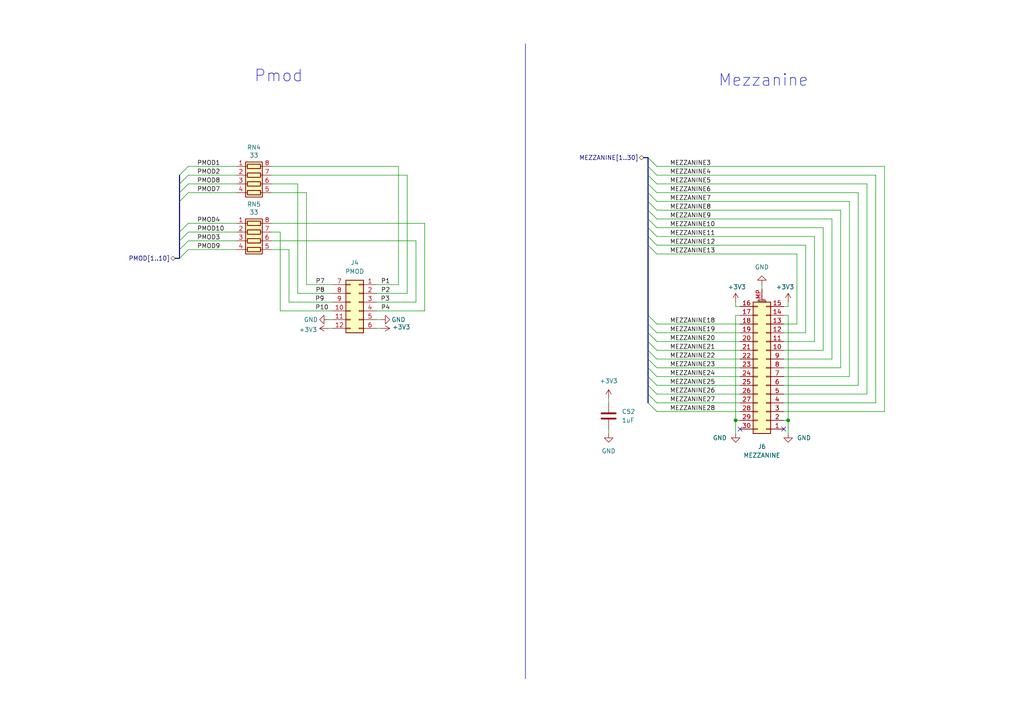
<source format=kicad_sch>
(kicad_sch (version 20230121) (generator eeschema)
  (paper "A4")
  (title_block (title "URTI Mainboard") (date "${DATE}") (rev "${VERSION}") (company "Copyright 2023 Great Scott Gadgets") (comment 1 "Licensed under the CERN-OHL-P v2"))
  (lib_symbols
    (symbol "Connector_Generic:Conn_02x06_Top_Bottom" (pin_names (offset 1.016) hide)
      (property "Reference" "J" (at 1.27 7.62 0))
      (property "Value" "Conn_02x06_Top_Bottom" (at 1.27 -10.16 0))
      (symbol "Conn_02x06_Top_Bottom_1_1"
        (rectangle (start -1.27 -7.493) (end 0 -7.747) (stroke (width 0.1524)))
        (rectangle (start -1.27 -4.953) (end 0 -5.207) (stroke (width 0.1524)))
        (rectangle (start -1.27 -2.413) (end 0 -2.667) (stroke (width 0.1524)))
        (rectangle (start -1.27 0.127) (end 0 -0.127) (stroke (width 0.1524)))
        (rectangle (start -1.27 2.667) (end 0 2.413) (stroke (width 0.1524)))
        (rectangle (start -1.27 5.207) (end 0 4.953) (stroke (width 0.1524)))
        (rectangle (start -1.27 6.35) (end 3.81 -8.89) (stroke (width 0.254)) (fill (type background)))
        (rectangle (start 3.81 -7.493) (end 2.54 -7.747) (stroke (width 0.1524)))
        (rectangle (start 3.81 -4.953) (end 2.54 -5.207) (stroke (width 0.1524)))
        (rectangle (start 3.81 -2.413) (end 2.54 -2.667) (stroke (width 0.1524)))
        (rectangle (start 3.81 0.127) (end 2.54 -0.127) (stroke (width 0.1524)))
        (rectangle (start 3.81 2.667) (end 2.54 2.413) (stroke (width 0.1524)))
        (rectangle (start 3.81 5.207) (end 2.54 4.953) (stroke (width 0.1524)))
        (pin passive line (at -5.08 5.08 0) (length 3.81) (name "Pin_1") (number "1"))
        (pin passive line (at 7.62 -2.54 180) (length 3.81) (name "Pin_10") (number "10"))
        (pin passive line (at 7.62 -5.08 180) (length 3.81) (name "Pin_11") (number "11"))
        (pin passive line (at 7.62 -7.62 180) (length 3.81) (name "Pin_12") (number "12"))
        (pin passive line (at -5.08 2.54 0) (length 3.81) (name "Pin_2") (number "2"))
        (pin passive line (at -5.08 0 0) (length 3.81) (name "Pin_3") (number "3"))
        (pin passive line (at -5.08 -2.54 0) (length 3.81) (name "Pin_4") (number "4"))
        (pin passive line (at -5.08 -5.08 0) (length 3.81) (name "Pin_5") (number "5"))
        (pin passive line (at -5.08 -7.62 0) (length 3.81) (name "Pin_6") (number "6"))
        (pin passive line (at 7.62 5.08 180) (length 3.81) (name "Pin_7") (number "7"))
        (pin passive line (at 7.62 2.54 180) (length 3.81) (name "Pin_8") (number "8"))
        (pin passive line (at 7.62 0 180) (length 3.81) (name "Pin_9") (number "9"))
      )
    )
    (symbol "Connector_Generic_MountingPin:Conn_02x15_Counter_Clockwise_MountingPin" (pin_names (offset 1.016) hide)
      (property "Reference" "J" (at 1.27 20.32 0))
      (property "Value" "Conn_02x15_Counter_Clockwise_MountingPin" (at 2.54 -20.32 0))
      (symbol "Conn_02x15_Counter_Clockwise_MountingPin_1_1"
        (rectangle (start -1.27 -17.653) (end 0 -17.907) (stroke (width 0.1524)))
        (rectangle (start -1.27 -15.113) (end 0 -15.367) (stroke (width 0.1524)))
        (rectangle (start -1.27 -12.573) (end 0 -12.827) (stroke (width 0.1524)))
        (rectangle (start -1.27 -10.033) (end 0 -10.287) (stroke (width 0.1524)))
        (rectangle (start -1.27 -7.493) (end 0 -7.747) (stroke (width 0.1524)))
        (rectangle (start -1.27 -4.953) (end 0 -5.207) (stroke (width 0.1524)))
        (rectangle (start -1.27 -2.413) (end 0 -2.667) (stroke (width 0.1524)))
        (rectangle (start -1.27 0.127) (end 0 -0.127) (stroke (width 0.1524)))
        (rectangle (start -1.27 2.667) (end 0 2.413) (stroke (width 0.1524)))
        (rectangle (start -1.27 5.207) (end 0 4.953) (stroke (width 0.1524)))
        (rectangle (start -1.27 7.747) (end 0 7.493) (stroke (width 0.1524)))
        (rectangle (start -1.27 10.287) (end 0 10.033) (stroke (width 0.1524)))
        (rectangle (start -1.27 12.827) (end 0 12.573) (stroke (width 0.1524)))
        (rectangle (start -1.27 15.367) (end 0 15.113) (stroke (width 0.1524)))
        (rectangle (start -1.27 17.907) (end 0 17.653) (stroke (width 0.1524)))
        (rectangle (start -1.27 19.05) (end 3.81 -19.05) (stroke (width 0.254)) (fill (type background)))
        (polyline (pts (xy 0.254 -19.812) (xy 2.286 -19.812)) (stroke (width 0.1524)))
        (rectangle (start 3.81 -17.653) (end 2.54 -17.907) (stroke (width 0.1524)))
        (rectangle (start 3.81 -15.113) (end 2.54 -15.367) (stroke (width 0.1524)))
        (rectangle (start 3.81 -12.573) (end 2.54 -12.827) (stroke (width 0.1524)))
        (rectangle (start 3.81 -10.033) (end 2.54 -10.287) (stroke (width 0.1524)))
        (rectangle (start 3.81 -7.493) (end 2.54 -7.747) (stroke (width 0.1524)))
        (rectangle (start 3.81 -4.953) (end 2.54 -5.207) (stroke (width 0.1524)))
        (rectangle (start 3.81 -2.413) (end 2.54 -2.667) (stroke (width 0.1524)))
        (rectangle (start 3.81 0.127) (end 2.54 -0.127) (stroke (width 0.1524)))
        (rectangle (start 3.81 2.667) (end 2.54 2.413) (stroke (width 0.1524)))
        (rectangle (start 3.81 5.207) (end 2.54 4.953) (stroke (width 0.1524)))
        (rectangle (start 3.81 7.747) (end 2.54 7.493) (stroke (width 0.1524)))
        (rectangle (start 3.81 10.287) (end 2.54 10.033) (stroke (width 0.1524)))
        (rectangle (start 3.81 12.827) (end 2.54 12.573) (stroke (width 0.1524)))
        (rectangle (start 3.81 15.367) (end 2.54 15.113) (stroke (width 0.1524)))
        (rectangle (start 3.81 17.907) (end 2.54 17.653) (stroke (width 0.1524)))
        (text "Mounting" (at 1.27 -19.431 0) (effects (font (size 0.381 0.381))))
        (pin passive line (at -5.08 17.78 0) (length 3.81) (name "Pin_1") (number "1"))
        (pin passive line (at -5.08 -5.08 0) (length 3.81) (name "Pin_10") (number "10"))
        (pin passive line (at -5.08 -7.62 0) (length 3.81) (name "Pin_11") (number "11"))
        (pin passive line (at -5.08 -10.16 0) (length 3.81) (name "Pin_12") (number "12"))
        (pin passive line (at -5.08 -12.7 0) (length 3.81) (name "Pin_13") (number "13"))
        (pin passive line (at -5.08 -15.24 0) (length 3.81) (name "Pin_14") (number "14"))
        (pin passive line (at -5.08 -17.78 0) (length 3.81) (name "Pin_15") (number "15"))
        (pin passive line (at 7.62 -17.78 180) (length 3.81) (name "Pin_16") (number "16"))
        (pin passive line (at 7.62 -15.24 180) (length 3.81) (name "Pin_17") (number "17"))
        (pin passive line (at 7.62 -12.7 180) (length 3.81) (name "Pin_18") (number "18"))
        (pin passive line (at 7.62 -10.16 180) (length 3.81) (name "Pin_19") (number "19"))
        (pin passive line (at -5.08 15.24 0) (length 3.81) (name "Pin_2") (number "2"))
        (pin passive line (at 7.62 -7.62 180) (length 3.81) (name "Pin_20") (number "20"))
        (pin passive line (at 7.62 -5.08 180) (length 3.81) (name "Pin_21") (number "21"))
        (pin passive line (at 7.62 -2.54 180) (length 3.81) (name "Pin_22") (number "22"))
        (pin passive line (at 7.62 0 180) (length 3.81) (name "Pin_23") (number "23"))
        (pin passive line (at 7.62 2.54 180) (length 3.81) (name "Pin_24") (number "24"))
        (pin passive line (at 7.62 5.08 180) (length 3.81) (name "Pin_25") (number "25"))
        (pin passive line (at 7.62 7.62 180) (length 3.81) (name "Pin_26") (number "26"))
        (pin passive line (at 7.62 10.16 180) (length 3.81) (name "Pin_27") (number "27"))
        (pin passive line (at 7.62 12.7 180) (length 3.81) (name "Pin_28") (number "28"))
        (pin passive line (at 7.62 15.24 180) (length 3.81) (name "Pin_29") (number "29"))
        (pin passive line (at -5.08 12.7 0) (length 3.81) (name "Pin_3") (number "3"))
        (pin passive line (at 7.62 17.78 180) (length 3.81) (name "Pin_30") (number "30"))
        (pin passive line (at -5.08 10.16 0) (length 3.81) (name "Pin_4") (number "4"))
        (pin passive line (at -5.08 7.62 0) (length 3.81) (name "Pin_5") (number "5"))
        (pin passive line (at -5.08 5.08 0) (length 3.81) (name "Pin_6") (number "6"))
        (pin passive line (at -5.08 2.54 0) (length 3.81) (name "Pin_7") (number "7"))
        (pin passive line (at -5.08 0 0) (length 3.81) (name "Pin_8") (number "8"))
        (pin passive line (at -5.08 -2.54 0) (length 3.81) (name "Pin_9") (number "9"))
        (pin passive line (at 1.27 -22.86 90) (length 3.048) (name "MountPin") (number "MP"))
      )
    )
    (symbol "Device:C" (pin_numbers hide) (pin_names (offset 0.254))
      (property "Reference" "C" (at 0.635 2.54 0))
      (property "Value" "C" (at 0.635 -2.54 0))
      (symbol "C_0_1"
        (polyline (pts (xy -2.032 -0.762) (xy 2.032 -0.762)) (stroke (width 0.508)))
        (polyline (pts (xy -2.032 0.762) (xy 2.032 0.762)) (stroke (width 0.508)))
      )
      (symbol "C_1_1"
        (pin passive line (at 0 3.81 270) (length 2.794) (name "~") (number "1"))
        (pin passive line (at 0 -3.81 90) (length 2.794) (name "~") (number "2"))
      )
    )
    (symbol "Device:R_Pack04" (pin_names (offset 0) hide)
      (property "Reference" "RN" (at -7.62 0 90))
      (property "Value" "R_Pack04" (at 5.08 0 90))
      (symbol "R_Pack04_0_1"
        (rectangle (start -6.35 -2.413) (end 3.81 2.413) (stroke (width 0.254)) (fill (type background)))
        (rectangle (start -5.715 1.905) (end -4.445 -1.905) (stroke (width 0.254)))
        (rectangle (start -3.175 1.905) (end -1.905 -1.905) (stroke (width 0.254)))
        (rectangle (start -0.635 1.905) (end 0.635 -1.905) (stroke (width 0.254)))
        (polyline (pts (xy -5.08 -2.54) (xy -5.08 -1.905)))
        (polyline (pts (xy -5.08 1.905) (xy -5.08 2.54)))
        (polyline (pts (xy -2.54 -2.54) (xy -2.54 -1.905)))
        (polyline (pts (xy -2.54 1.905) (xy -2.54 2.54)))
        (polyline (pts (xy 0 -2.54) (xy 0 -1.905)))
        (polyline (pts (xy 0 1.905) (xy 0 2.54)))
        (polyline (pts (xy 2.54 -2.54) (xy 2.54 -1.905)))
        (polyline (pts (xy 2.54 1.905) (xy 2.54 2.54)))
        (rectangle (start 1.905 1.905) (end 3.175 -1.905) (stroke (width 0.254)))
      )
      (symbol "R_Pack04_1_1"
        (pin passive line (at -5.08 -5.08 90) (length 2.54) (name "R1.1") (number "1"))
        (pin passive line (at -2.54 -5.08 90) (length 2.54) (name "R2.1") (number "2"))
        (pin passive line (at 0 -5.08 90) (length 2.54) (name "R3.1") (number "3"))
        (pin passive line (at 2.54 -5.08 90) (length 2.54) (name "R4.1") (number "4"))
        (pin passive line (at 2.54 5.08 270) (length 2.54) (name "R4.2") (number "5"))
        (pin passive line (at 0 5.08 270) (length 2.54) (name "R3.2") (number "6"))
        (pin passive line (at -2.54 5.08 270) (length 2.54) (name "R2.2") (number "7"))
        (pin passive line (at -5.08 5.08 270) (length 2.54) (name "R1.2") (number "8"))
      )
    )
    (symbol "power:+3V3" (power) (pin_names (offset 0))
      (property "Value" "+3V3" (at 0 3.556 0))
      (symbol "+3V3_0_1"
        (polyline (pts (xy -0.762 1.27) (xy 0 2.54)))
        (polyline (pts (xy 0 0) (xy 0 2.54)))
        (polyline (pts (xy 0 2.54) (xy 0.762 1.27)))
      )
      (symbol "+3V3_1_1"
        (pin power_in line (at 0 0 90) (length 0) hide (name "+3V3") (number "1"))
      )
    )
    (symbol "power:GND" (power) (pin_names (offset 0))
      (property "Value" "GND" (at 0 -3.81 0))
      (symbol "GND_0_1"
        (polyline (pts (xy 0 0) (xy 0 -1.27) (xy 1.27 -1.27) (xy 0 -2.54) (xy -1.27 -1.27) (xy 0 -1.27)))
      )
      (symbol "GND_1_1"
        (pin power_in line (at 0 0 270) (length 0) hide (name "GND") (number "1"))
      )
    )
  )
  (junction (at 228.6 121.92))
  (junction (at 213.36 121.92))
  (no_connect (at 227.33 124.46))
  (no_connect (at 214.63 124.46))
  (bus_entry (at 187.96 68.58) (size 2.54 2.54))
  (bus_entry (at 187.96 53.34) (size 2.54 2.54))
  (bus_entry (at 52.07 67.31) (size 2.54 -2.54))
  (bus_entry (at 187.96 63.5) (size 2.54 2.54))
  (bus_entry (at 190.5 116.84) (size -2.54 -2.54))
  (bus_entry (at 52.07 50.8) (size 2.54 -2.54))
  (bus_entry (at 187.96 50.8) (size 2.54 2.54))
  (bus_entry (at 190.5 114.3) (size -2.54 -2.54))
  (bus_entry (at 190.5 93.98) (size -2.54 -2.54))
  (bus_entry (at 187.96 48.26) (size 2.54 2.54))
  (bus_entry (at 187.96 58.42) (size 2.54 2.54))
  (bus_entry (at 52.07 53.34) (size 2.54 -2.54))
  (bus_entry (at 52.07 74.93) (size 2.54 -2.54))
  (bus_entry (at 52.07 69.85) (size 2.54 -2.54))
  (bus_entry (at 190.5 96.52) (size -2.54 -2.54))
  (bus_entry (at 190.5 99.06) (size -2.54 -2.54))
  (bus_entry (at 190.5 119.38) (size -2.54 -2.54))
  (bus_entry (at 52.07 55.88) (size 2.54 -2.54))
  (bus_entry (at 187.96 60.96) (size 2.54 2.54))
  (bus_entry (at 52.07 72.39) (size 2.54 -2.54))
  (bus_entry (at 190.5 111.76) (size -2.54 -2.54))
  (bus_entry (at 187.96 45.72) (size 2.54 2.54))
  (bus_entry (at 190.5 104.14) (size -2.54 -2.54))
  (bus_entry (at 187.96 66.04) (size 2.54 2.54))
  (bus_entry (at 187.96 71.12) (size 2.54 2.54))
  (bus_entry (at 190.5 109.22) (size -2.54 -2.54))
  (bus_entry (at 190.5 101.6) (size -2.54 -2.54))
  (bus_entry (at 190.5 106.68) (size -2.54 -2.54))
  (bus_entry (at 187.96 55.88) (size 2.54 2.54))
  (bus_entry (at 52.07 58.42) (size 2.54 -2.54))
  (bus (pts (xy 187.96 71.12) (xy 187.96 91.44)))
  (wire (pts (xy 256.54 48.26) (xy 256.54 119.38)))
  (wire (pts (xy 78.74 55.88) (xy 88.9 55.88)))
  (wire (pts (xy 220.98 83.82) (xy 220.98 82.55)))
  (wire (pts (xy 228.6 88.9) (xy 228.6 87.63)))
  (wire (pts (xy 96.52 85.09) (xy 86.36 85.09)))
  (bus (pts (xy 52.07 74.93) (xy 52.07 72.39)))
  (wire (pts (xy 233.68 71.12) (xy 233.68 96.52)))
  (wire (pts (xy 96.52 95.25) (xy 95.25 95.25)))
  (wire (pts (xy 190.5 104.14) (xy 214.63 104.14)))
  (bus (pts (xy 187.96 48.26) (xy 187.96 50.8)))
  (bus (pts (xy 187.96 109.22) (xy 187.96 111.76)))
  (wire (pts (xy 54.61 69.85) (xy 68.58 69.85)))
  (wire (pts (xy 248.92 55.88) (xy 248.92 111.76)))
  (wire (pts (xy 120.65 69.85) (xy 120.65 87.63)))
  (bus (pts (xy 52.07 58.42) (xy 52.07 55.88)))
  (wire (pts (xy 238.76 66.04) (xy 238.76 101.6)))
  (wire (pts (xy 120.65 87.63) (xy 109.22 87.63)))
  (wire (pts (xy 213.36 91.44) (xy 213.36 121.92)))
  (wire (pts (xy 190.5 109.22) (xy 214.63 109.22)))
  (bus (pts (xy 187.96 106.68) (xy 187.96 109.22)))
  (wire (pts (xy 248.92 111.76) (xy 227.33 111.76)))
  (wire (pts (xy 54.61 48.26) (xy 68.58 48.26)))
  (wire (pts (xy 190.5 73.66) (xy 231.14 73.66)))
  (bus (pts (xy 187.96 63.5) (xy 187.96 66.04)))
  (wire (pts (xy 241.3 63.5) (xy 241.3 104.14)))
  (wire (pts (xy 109.22 92.71) (xy 110.49 92.71)))
  (wire (pts (xy 81.28 67.31) (xy 81.28 90.17)))
  (wire (pts (xy 110.49 95.25) (xy 109.22 95.25)))
  (wire (pts (xy 251.46 114.3) (xy 227.33 114.3)))
  (wire (pts (xy 123.19 90.17) (xy 123.19 64.77)))
  (wire (pts (xy 109.22 90.17) (xy 123.19 90.17)))
  (wire (pts (xy 88.9 55.88) (xy 88.9 82.55)))
  (wire (pts (xy 214.63 121.92) (xy 213.36 121.92)))
  (wire (pts (xy 190.5 71.12) (xy 233.68 71.12)))
  (bus (pts (xy 187.96 104.14) (xy 187.96 106.68)))
  (wire (pts (xy 78.74 50.8) (xy 118.11 50.8)))
  (wire (pts (xy 243.84 60.96) (xy 243.84 106.68)))
  (wire (pts (xy 213.36 88.9) (xy 213.36 87.63)))
  (wire (pts (xy 81.28 67.31) (xy 78.74 67.31)))
  (wire (pts (xy 241.3 104.14) (xy 227.33 104.14)))
  (wire (pts (xy 115.57 48.26) (xy 78.74 48.26)))
  (wire (pts (xy 54.61 50.8) (xy 68.58 50.8)))
  (wire (pts (xy 231.14 73.66) (xy 231.14 93.98)))
  (wire (pts (xy 190.5 58.42) (xy 246.38 58.42)))
  (bus (pts (xy 187.96 50.8) (xy 187.96 53.34)))
  (wire (pts (xy 227.33 109.22) (xy 246.38 109.22)))
  (wire (pts (xy 231.14 93.98) (xy 227.33 93.98)))
  (wire (pts (xy 214.63 88.9) (xy 213.36 88.9)))
  (wire (pts (xy 190.5 48.26) (xy 256.54 48.26)))
  (wire (pts (xy 176.53 115.57) (xy 176.53 116.84)))
  (wire (pts (xy 228.6 121.92) (xy 228.6 125.73)))
  (wire (pts (xy 190.5 111.76) (xy 214.63 111.76)))
  (wire (pts (xy 190.5 116.84) (xy 214.63 116.84)))
  (wire (pts (xy 243.84 106.68) (xy 227.33 106.68)))
  (wire (pts (xy 109.22 82.55) (xy 115.57 82.55)))
  (wire (pts (xy 86.36 85.09) (xy 86.36 53.34)))
  (wire (pts (xy 214.63 91.44) (xy 213.36 91.44)))
  (bus (pts (xy 187.96 66.04) (xy 187.96 68.58)))
  (wire (pts (xy 236.22 68.58) (xy 236.22 99.06)))
  (bus (pts (xy 187.96 45.72) (xy 187.96 48.26)))
  (wire (pts (xy 228.6 91.44) (xy 228.6 121.92)))
  (bus (pts (xy 52.07 67.31) (xy 52.07 58.42)))
  (wire (pts (xy 54.61 67.31) (xy 68.58 67.31)))
  (wire (pts (xy 78.74 69.85) (xy 120.65 69.85)))
  (wire (pts (xy 213.36 121.92) (xy 213.36 125.73)))
  (wire (pts (xy 190.5 53.34) (xy 251.46 53.34)))
  (wire (pts (xy 83.82 87.63) (xy 96.52 87.63)))
  (wire (pts (xy 54.61 53.34) (xy 68.58 53.34)))
  (wire (pts (xy 190.5 106.68) (xy 214.63 106.68)))
  (wire (pts (xy 190.5 55.88) (xy 248.92 55.88)))
  (wire (pts (xy 190.5 119.38) (xy 214.63 119.38)))
  (bus (pts (xy 50.8 74.93) (xy 52.07 74.93)))
  (wire (pts (xy 236.22 99.06) (xy 227.33 99.06)))
  (bus (pts (xy 187.96 111.76) (xy 187.96 114.3)))
  (bus (pts (xy 187.96 60.96) (xy 187.96 63.5)))
  (bus (pts (xy 187.96 101.6) (xy 187.96 104.14)))
  (bus (pts (xy 187.96 53.34) (xy 187.96 55.88)))
  (wire (pts (xy 214.63 96.52) (xy 190.5 96.52)))
  (bus (pts (xy 52.07 69.85) (xy 52.07 67.31)))
  (bus (pts (xy 52.07 55.88) (xy 52.07 53.34)))
  (wire (pts (xy 246.38 109.22) (xy 246.38 58.42)))
  (wire (pts (xy 95.25 92.71) (xy 96.52 92.71)))
  (wire (pts (xy 238.76 101.6) (xy 227.33 101.6)))
  (wire (pts (xy 227.33 121.92) (xy 228.6 121.92)))
  (wire (pts (xy 118.11 85.09) (xy 109.22 85.09)))
  (wire (pts (xy 190.5 114.3) (xy 214.63 114.3)))
  (wire (pts (xy 86.36 53.34) (xy 78.74 53.34)))
  (wire (pts (xy 88.9 82.55) (xy 96.52 82.55)))
  (bus (pts (xy 187.96 55.88) (xy 187.96 58.42)))
  (wire (pts (xy 83.82 72.39) (xy 83.82 87.63)))
  (wire (pts (xy 190.5 60.96) (xy 243.84 60.96)))
  (wire (pts (xy 54.61 55.88) (xy 68.58 55.88)))
  (wire (pts (xy 118.11 50.8) (xy 118.11 85.09)))
  (wire (pts (xy 214.63 99.06) (xy 190.5 99.06)))
  (bus (pts (xy 187.96 114.3) (xy 187.96 116.84)))
  (wire (pts (xy 227.33 88.9) (xy 228.6 88.9)))
  (bus (pts (xy 187.96 68.58) (xy 187.96 71.12)))
  (bus (pts (xy 187.96 99.06) (xy 187.96 101.6)))
  (wire (pts (xy 190.5 101.6) (xy 214.63 101.6)))
  (wire (pts (xy 54.61 64.77) (xy 68.58 64.77)))
  (wire (pts (xy 256.54 119.38) (xy 227.33 119.38)))
  (wire (pts (xy 254 50.8) (xy 254 116.84)))
  (bus (pts (xy 187.96 96.52) (xy 187.96 99.06)))
  (wire (pts (xy 176.53 124.46) (xy 176.53 125.73)))
  (wire (pts (xy 83.82 72.39) (xy 78.74 72.39)))
  (wire (pts (xy 233.68 96.52) (xy 227.33 96.52)))
  (bus (pts (xy 186.69 45.72) (xy 187.96 45.72)))
  (bus (pts (xy 187.96 91.44) (xy 187.96 93.98)))
  (bus (pts (xy 52.07 53.34) (xy 52.07 50.8)))
  (wire (pts (xy 190.5 66.04) (xy 238.76 66.04)))
  (wire (pts (xy 254 116.84) (xy 227.33 116.84)))
  (bus (pts (xy 187.96 93.98) (xy 187.96 96.52)))
  (wire (pts (xy 251.46 53.34) (xy 251.46 114.3)))
  (polyline (pts (xy 152.4 12.7) (xy 152.4 196.85)))
  (wire (pts (xy 227.33 91.44) (xy 228.6 91.44)))
  (wire (pts (xy 54.61 72.39) (xy 68.58 72.39)))
  (bus (pts (xy 187.96 58.42) (xy 187.96 60.96)))
  (wire (pts (xy 190.5 93.98) (xy 214.63 93.98)))
  (wire (pts (xy 115.57 82.55) (xy 115.57 48.26)))
  (wire (pts (xy 190.5 50.8) (xy 254 50.8)))
  (wire (pts (xy 123.19 64.77) (xy 78.74 64.77)))
  (wire (pts (xy 190.5 68.58) (xy 236.22 68.58)))
  (wire (pts (xy 190.5 63.5) (xy 241.3 63.5)))
  (bus (pts (xy 52.07 72.39) (xy 52.07 69.85)))
  (wire (pts (xy 96.52 90.17) (xy 81.28 90.17)))
  (text "Pmod" (at 73.66 24.13 0) (effects (font (size 3.4036 3.4036)) (justify left bottom)))
  (text "Mezzanine" (at 208.28 25.4 0) (effects (font (size 3.4036 3.4036)) (justify left bottom)))
  (label "MEZZANINE23" (at 194.31 106.68 0))
  (label "MEZZANINE8" (at 194.31 60.96 0))
  (label "MEZZANINE28" (at 194.31 119.38 0))
  (label "PMOD7" (at 57.15 55.88 0))
  (label "P1" (at 110.49 82.55 0))
  (label "P2" (at 110.49 85.09 0))
  (label "PMOD3" (at 57.15 69.85 0))
  (label "MEZZANINE10" (at 194.31 66.04 0))
  (label "P8" (at 91.5258 85.09 0))
  (label "PMOD1" (at 57.15 48.26 0))
  (label "MEZZANINE4" (at 194.31 50.8 0))
  (label "MEZZANINE26" (at 194.31 114.3 0))
  (label "PMOD2" (at 57.15 50.8 0))
  (label "MEZZANINE11" (at 194.31 68.58 0))
  (label "MEZZANINE9" (at 194.31 63.5 0))
  (label "P9" (at 91.396 87.63 0))
  (label "PMOD9" (at 57.15 72.39 0))
  (label "MEZZANINE13" (at 194.31 73.66 0))
  (label "PMOD8" (at 57.15 53.34 0))
  (label "MEZZANINE7" (at 194.31 58.42 0))
  (label "MEZZANINE21" (at 194.31 101.6 0))
  (label "MEZZANINE22" (at 194.31 104.14 0))
  (label "MEZZANINE5" (at 194.31 53.34 0))
  (label "MEZZANINE27" (at 194.31 116.84 0))
  (label "MEZZANINE12" (at 194.31 71.12 0))
  (label "MEZZANINE25" (at 194.31 111.76 0))
  (label "P10" (at 91.44 90.17 0))
  (label "MEZZANINE24" (at 194.31 109.22 0))
  (label "P7" (at 91.5258 82.55 0))
  (label "P3" (at 110.3963 87.63 0))
  (label "MEZZANINE19" (at 194.31 96.52 0))
  (label "PMOD4" (at 57.15 64.77 0))
  (label "MEZZANINE3" (at 194.31 48.26 0))
  (label "MEZZANINE6" (at 194.31 55.88 0))
  (label "PMOD10" (at 57.15 67.31 0))
  (label "P4" (at 110.49 90.17 0))
  (label "MEZZANINE20" (at 194.31 99.06 0))
  (label "MEZZANINE18" (at 194.31 93.98 0))
  (hierarchical_label "PMOD[1..10]" (shape bidirectional) (at 50.8 74.93 180))
  (hierarchical_label "MEZZANINE[1..30]" (shape bidirectional) (at 186.69 45.72 180))
  (symbol (lib_id "power:GND") (at 95.25 92.71 270) (mirror x) (unit 1)
    (property "Reference" "#PWR0126" (effects hide))
    (property "Value" "GND" (at 90.17 92.71 90))
  )
  (symbol (lib_id "power:+3V3") (at 95.25 95.25 90) (mirror x) (unit 1)
    (property "Reference" "#PWR0128" (effects hide))
    (property "Value" "+3V3" (at 91.9988 95.631 90) (effects (justify left)))
  )
  (symbol (lib_id "power:+3V3") (at 228.6 87.63 0) (unit 1)
    (property "Reference" "#PWR0125" (effects hide))
    (property "Value" "+3V3" (at 227.6856 83.2358 0))
  )
  (symbol (lib_id "Connector_Generic_MountingPin:Conn_02x15_Counter_Clockwise_MountingPin") (at 222.25 106.68 180) (unit 1)
    (property "Reference" "J6" (at 220.98 129.54 0))
    (property "Value" "MEZZANINE" (at 220.98 132.0769 0))
    (property "Footprint" "mainboard:Amphenol_10132798-03" (effects hide))
    (property "Description" "CONN RCPT 30POS SMD GOLD" (effects hide))
    (property "Manufacturer" "Amphenol" (effects hide))
    (property "Part Number" "10132798-031100LF" (effects hide))
  )
  (symbol (lib_id "power:GND") (at 228.6 125.73 0) (unit 1)
    (property "Reference" "#PWR0133" (effects hide))
    (property "Value" "GND" (at 231.14 127 0) (effects (justify left)))
  )
  (symbol (lib_id "power:GND") (at 110.49 92.71 90) (mirror x) (unit 1)
    (property "Reference" "#PWR0127" (effects hide))
    (property "Value" "GND" (at 115.57 92.71 90))
  )
  (symbol (lib_id "power:GND") (at 213.36 125.73 0) (unit 1)
    (property "Reference" "#PWR0132" (effects hide))
    (property "Value" "GND" (at 210.82 127 0) (effects (justify right)))
  )
  (symbol (lib_id "power:+3V3") (at 176.53 115.57 0) (unit 1)
    (property "Reference" "#PWR057" (effects hide))
    (property "Value" "+3V3" (at 176.53 110.49 0))
  )
  (symbol (lib_id "power:+3V3") (at 110.49 95.25 270) (mirror x) (unit 1)
    (property "Reference" "#PWR0129" (effects hide))
    (property "Value" "+3V3" (at 113.7412 94.869 90) (effects (justify left)))
  )
  (symbol (lib_id "Device:R_Pack04") (at 73.66 53.34 270) (unit 1)
    (property "Reference" "RN4" (at 73.66 42.7482 90))
    (property "Value" "33" (at 73.66 45.0596 90))
    (property "Footprint" "Resistor_SMD:R_Array_Convex_4x0402" (effects hide))
    (property "Description" "RES ARRAY 4 RES 33 OHM 0804" (effects hide))
    (property "Manufacturer" "Yageo" (effects hide))
    (property "Part Number" "YC124-JR-0733RL" (effects hide))
    (property "Substitution" "any equivalent" (effects hide))
  )
  (symbol (lib_id "Device:C") (at 176.53 120.65 0) (unit 1)
    (property "Reference" "C52" (at 180.34 119.38 0) (effects (justify left)))
    (property "Value" "1uF" (at 180.34 121.92 0) (effects (justify left)))
    (property "Footprint" "Capacitor_SMD:C_0402_1005Metric" (effects hide))
    (property "Part Number" "CL05A105KP5NNNC" (effects hide))
    (property "Substitution" "any equivalent" (effects hide))
    (property "Description" "CAP CER 1UF 10V X5R 0402" (effects hide))
    (property "Manufacturer" "Samsung" (effects hide))
  )
  (symbol (lib_id "Connector_Generic:Conn_02x06_Top_Bottom") (at 104.14 87.63 0) (mirror y) (unit 1)
    (property "Reference" "J4" (at 102.87 76.2 0))
    (property "Value" "PMOD" (at 102.87 78.74 0))
    (property "Footprint" "mainboard:PinSocket_2x06_P2.54mm_PMOD" (effects hide))
    (property "Part Number" "DW254W-22-12-85" (effects hide))
    (property "Manufacturer" "DEALON" (effects hide))
    (property "Description" "CONN HDR 12POS 0.1 GOLD PCB R/A" (effects hide))
    (property "Note" "populate only when assembling for installation in enclosure" (effects hide))
    (property "Substitution" "HCTL PM254-2-06-W-8.5, Sullins PPPC062LJBN-RC" (effects hide))
  )
  (symbol (lib_id "power:+3V3") (at 213.36 87.63 0) (unit 1)
    (property "Reference" "#PWR0124" (effects hide))
    (property "Value" "+3V3" (at 213.7156 83.2358 0))
  )
  (symbol (lib_id "power:GND") (at 176.53 125.73 0) (unit 1)
    (property "Reference" "#PWR060" (effects hide))
    (property "Value" "GND" (at 176.53 130.81 0))
  )
  (symbol (lib_id "power:GND") (at 220.98 82.55 180) (unit 1)
    (property "Reference" "#PWR0123" (effects hide))
    (property "Value" "GND" (at 220.98 77.47 0))
  )
  (symbol (lib_id "Device:R_Pack04") (at 73.66 69.85 270) (unit 1)
    (property "Reference" "RN5" (at 73.66 59.2582 90))
    (property "Value" "33" (at 73.66 61.5696 90))
    (property "Footprint" "Resistor_SMD:R_Array_Convex_4x0402" (effects hide))
    (property "Description" "RES ARRAY 4 RES 33 OHM 0804" (effects hide))
    (property "Manufacturer" "Yageo" (effects hide))
    (property "Part Number" "YC124-JR-0733RL" (effects hide))
    (property "Substitution" "any equivalent" (effects hide))
  )
)
</source>
